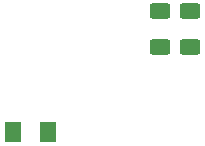
<source format=gbr>
%TF.GenerationSoftware,KiCad,Pcbnew,(7.0.0)*%
%TF.CreationDate,2023-03-06T19:44:32-05:00*%
%TF.ProjectId,Module Board,4d6f6475-6c65-4204-926f-6172642e6b69,rev?*%
%TF.SameCoordinates,Original*%
%TF.FileFunction,Paste,Top*%
%TF.FilePolarity,Positive*%
%FSLAX46Y46*%
G04 Gerber Fmt 4.6, Leading zero omitted, Abs format (unit mm)*
G04 Created by KiCad (PCBNEW (7.0.0)) date 2023-03-06 19:44:32*
%MOMM*%
%LPD*%
G01*
G04 APERTURE LIST*
G04 Aperture macros list*
%AMRoundRect*
0 Rectangle with rounded corners*
0 $1 Rounding radius*
0 $2 $3 $4 $5 $6 $7 $8 $9 X,Y pos of 4 corners*
0 Add a 4 corners polygon primitive as box body*
4,1,4,$2,$3,$4,$5,$6,$7,$8,$9,$2,$3,0*
0 Add four circle primitives for the rounded corners*
1,1,$1+$1,$2,$3*
1,1,$1+$1,$4,$5*
1,1,$1+$1,$6,$7*
1,1,$1+$1,$8,$9*
0 Add four rect primitives between the rounded corners*
20,1,$1+$1,$2,$3,$4,$5,0*
20,1,$1+$1,$4,$5,$6,$7,0*
20,1,$1+$1,$6,$7,$8,$9,0*
20,1,$1+$1,$8,$9,$2,$3,0*%
G04 Aperture macros list end*
%ADD10RoundRect,0.250000X-0.625000X0.400000X-0.625000X-0.400000X0.625000X-0.400000X0.625000X0.400000X0*%
%ADD11RoundRect,0.250001X-0.462499X-0.624999X0.462499X-0.624999X0.462499X0.624999X-0.462499X0.624999X0*%
G04 APERTURE END LIST*
D10*
%TO.C,R1*%
X134620000Y-61696000D03*
X134620000Y-64796000D03*
%TD*%
%TO.C,R2*%
X137160000Y-61670000D03*
X137160000Y-64770000D03*
%TD*%
D11*
%TO.C,F1*%
X122174000Y-71970000D03*
X125149000Y-71970000D03*
%TD*%
M02*

</source>
